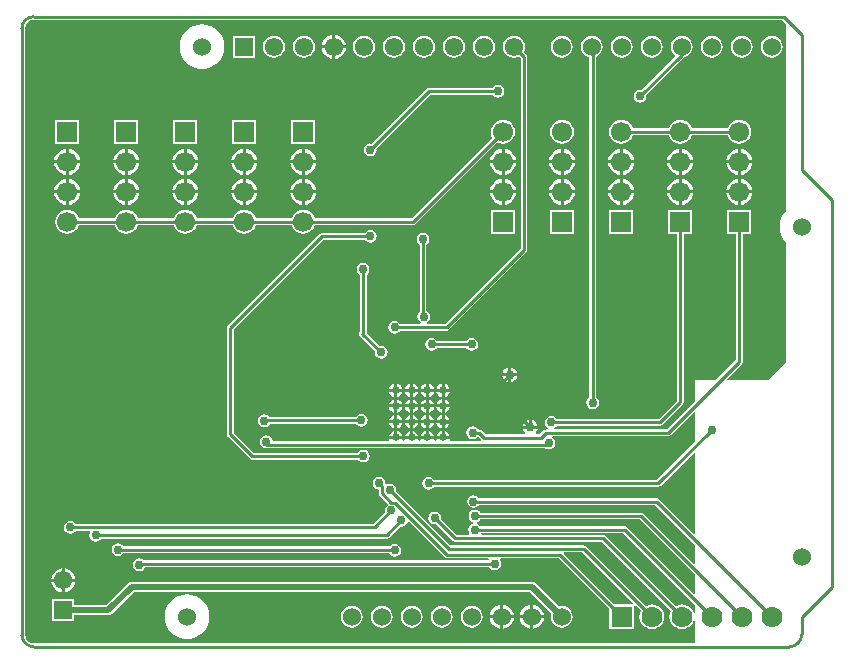
<source format=gbl>
G04 Layer_Physical_Order=2*
G04 Layer_Color=11436288*
%FSLAX25Y25*%
%MOIN*%
G70*
G01*
G75*
%ADD22C,0.01000*%
%ADD23C,0.00984*%
%ADD24R,0.06102X0.06102*%
%ADD25C,0.06102*%
%ADD26C,0.06693*%
%ADD27R,0.06693X0.06693*%
%ADD28C,0.06000*%
%ADD29C,0.07000*%
%ADD30R,0.07000X0.07000*%
%ADD31R,0.06102X0.06102*%
%ADD32C,0.02953*%
%ADD33C,0.02500*%
%ADD34C,0.01969*%
G36*
X973130Y982804D02*
Y976716D01*
X972668Y976524D01*
X950445Y998748D01*
X950071Y998997D01*
X949630Y999085D01*
X901370D01*
X901125Y999452D01*
X900428Y999917D01*
X900353Y999932D01*
Y1000442D01*
X900527Y1000476D01*
X901223Y1000942D01*
X901468Y1001309D01*
X954625D01*
X973130Y982804D01*
D02*
G37*
G36*
X1003445Y1166489D02*
Y1108366D01*
Y1104199D01*
X1003421Y1104179D01*
X1002492Y1103048D01*
X1001802Y1101757D01*
X1001378Y1100356D01*
X1001234Y1098900D01*
X1001378Y1097443D01*
X1001802Y1096043D01*
X1002492Y1094752D01*
X1003421Y1093621D01*
X1003445Y1093601D01*
Y1053839D01*
X1001378Y1051772D01*
X997244Y1047638D01*
X983779D01*
X983587Y1048100D01*
X988610Y1053122D01*
X988860Y1053496D01*
X988947Y1053937D01*
Y1096522D01*
X991772D01*
Y1104475D01*
X983819D01*
Y1096522D01*
X986643D01*
Y1054414D01*
X979867Y1047638D01*
X973130D01*
Y1040901D01*
X963598Y1031369D01*
X926358D01*
X926206Y1031869D01*
X926617Y1032143D01*
X926928Y1032608D01*
X961417D01*
X961858Y1032695D01*
X962232Y1032945D01*
X968925Y1039638D01*
X969175Y1040012D01*
X969262Y1040453D01*
Y1096522D01*
X972087D01*
Y1104475D01*
X964134D01*
Y1096522D01*
X966958D01*
Y1040930D01*
X960940Y1034912D01*
X926796D01*
X926617Y1035180D01*
X925920Y1035645D01*
X925098Y1035809D01*
X924277Y1035645D01*
X923580Y1035180D01*
X923114Y1034483D01*
X922951Y1033661D01*
X923114Y1032840D01*
X923580Y1032143D01*
X923990Y1031869D01*
X923839Y1031369D01*
X923327D01*
X922886Y1031281D01*
X922512Y1031031D01*
X921176Y1029695D01*
X920096D01*
X919951Y1030174D01*
X919994Y1030203D01*
X920541Y1031022D01*
X920634Y1031488D01*
X915783D01*
X915876Y1031022D01*
X916423Y1030203D01*
X916467Y1030174D01*
X916321Y1029695D01*
X903233D01*
X901897Y1031031D01*
X901524Y1031281D01*
X901083Y1031369D01*
X900681D01*
X900436Y1031735D01*
X899739Y1032201D01*
X898917Y1032364D01*
X898096Y1032201D01*
X897399Y1031735D01*
X896933Y1031038D01*
X896770Y1030217D01*
X896933Y1029395D01*
X897399Y1028698D01*
X898096Y1028232D01*
X898917Y1028069D01*
X899739Y1028232D01*
X900436Y1028698D01*
X900924Y1028746D01*
X901756Y1027914D01*
X901549Y1027414D01*
X891516D01*
X891224Y1027914D01*
X891269Y1028142D01*
X886880D01*
X886914Y1027971D01*
X886611Y1027553D01*
X886291D01*
X885987Y1027971D01*
X886021Y1028142D01*
X881632D01*
X881668Y1027963D01*
X881367Y1027547D01*
X881035D01*
X880734Y1027963D01*
X880769Y1028142D01*
X876380D01*
X876414Y1027971D01*
X876111Y1027553D01*
X875791D01*
X875487Y1027971D01*
X875521Y1028142D01*
X871132D01*
X871177Y1027914D01*
X870886Y1027414D01*
X832244D01*
X832112Y1028076D01*
X831647Y1028772D01*
X830950Y1029238D01*
X830128Y1029401D01*
X829306Y1029238D01*
X828609Y1028772D01*
X828144Y1028076D01*
X827981Y1027254D01*
X828144Y1026432D01*
X828609Y1025735D01*
X829306Y1025270D01*
X830128Y1025106D01*
X830225Y1025126D01*
X922983D01*
X923489Y1024788D01*
X924311Y1024624D01*
X925133Y1024788D01*
X925830Y1025253D01*
X926295Y1025950D01*
X926459Y1026772D01*
X926295Y1027594D01*
X925830Y1028290D01*
X925419Y1028564D01*
X925571Y1029064D01*
X964075D01*
X964516Y1029152D01*
X964889Y1029402D01*
X972668Y1037181D01*
X973130Y1036989D01*
Y1027318D01*
X960350Y1014538D01*
X886015D01*
X885771Y1014904D01*
X885074Y1015370D01*
X884252Y1015533D01*
X883430Y1015370D01*
X882733Y1014904D01*
X882268Y1014208D01*
X882104Y1013386D01*
X882268Y1012564D01*
X882733Y1011867D01*
X883430Y1011402D01*
X884252Y1011238D01*
X885074Y1011402D01*
X885771Y1011867D01*
X886015Y1012234D01*
X960827D01*
X961268Y1012321D01*
X961641Y1012571D01*
X972668Y1023598D01*
X973130Y1023406D01*
Y996716D01*
X972668Y996524D01*
X961094Y1008098D01*
X960720Y1008348D01*
X960279Y1008436D01*
X900976D01*
X900731Y1008802D01*
X900034Y1009268D01*
X899213Y1009431D01*
X898391Y1009268D01*
X897694Y1008802D01*
X897229Y1008105D01*
X897065Y1007283D01*
X897229Y1006462D01*
X897694Y1005765D01*
X898391Y1005299D01*
X899213Y1005136D01*
X900034Y1005299D01*
X900731Y1005765D01*
X900976Y1006131D01*
X959802D01*
X973130Y992804D01*
Y986716D01*
X972668Y986524D01*
X955917Y1003275D01*
X955543Y1003525D01*
X955102Y1003613D01*
X901468D01*
X901223Y1003979D01*
X900527Y1004445D01*
X899705Y1004608D01*
X898883Y1004445D01*
X898186Y1003979D01*
X897721Y1003283D01*
X897557Y1002461D01*
X897721Y1001639D01*
X898186Y1000942D01*
X898883Y1000476D01*
X898958Y1000461D01*
Y999952D01*
X898785Y999917D01*
X898088Y999452D01*
X897622Y998755D01*
X897459Y997933D01*
X897622Y997111D01*
X897876Y996731D01*
X897609Y996231D01*
X893489D01*
X888381Y1001339D01*
X888466Y1001772D01*
X888303Y1002594D01*
X887837Y1003290D01*
X887141Y1003756D01*
X886319Y1003919D01*
X885497Y1003756D01*
X884800Y1003290D01*
X884335Y1002594D01*
X884171Y1001772D01*
X884335Y1000950D01*
X884800Y1000253D01*
X885497Y999788D01*
X886319Y999624D01*
X886751Y999710D01*
X892197Y994264D01*
X892571Y994014D01*
X893012Y993927D01*
X942007D01*
X965025Y970909D01*
X964639Y969978D01*
X964497Y968900D01*
X964639Y967822D01*
X965055Y966817D01*
X965718Y965954D01*
X966580Y965292D01*
X967585Y964876D01*
X968663Y964734D01*
X969741Y964876D01*
X970746Y965292D01*
X971609Y965954D01*
X972270Y966817D01*
X972630Y967685D01*
X973130Y967585D01*
Y960052D01*
X752600D01*
Y960056D01*
X751880Y960151D01*
X751210Y960429D01*
X750634Y960871D01*
X750192Y961447D01*
X749914Y962117D01*
X749819Y962837D01*
X749815D01*
Y1164963D01*
X749819D01*
X749914Y1165683D01*
X750192Y1166353D01*
X750634Y1166929D01*
X751210Y1167371D01*
X751880Y1167649D01*
X752600Y1167744D01*
Y1167748D01*
X1002186D01*
X1003445Y1166489D01*
D02*
G37*
G36*
X973130Y972804D02*
Y970214D01*
X972630Y970115D01*
X972270Y970983D01*
X971609Y971846D01*
X970746Y972507D01*
X969741Y972924D01*
X968663Y973066D01*
X967585Y972924D01*
X966654Y972538D01*
X943299Y995893D01*
X942925Y996143D01*
X942484Y996231D01*
X902129D01*
X901846Y996731D01*
X901876Y996781D01*
X949153D01*
X973130Y972804D01*
D02*
G37*
%LPC*%
G36*
X875521Y1043890D02*
X873827D01*
Y1042195D01*
X874205Y1042270D01*
X874949Y1042768D01*
X875446Y1043512D01*
X875521Y1043890D01*
D02*
G37*
G36*
X889575Y1041336D02*
Y1039642D01*
X891269D01*
X891194Y1040020D01*
X890697Y1040764D01*
X889953Y1041261D01*
X889575Y1041336D01*
D02*
G37*
G36*
X872827Y1043890D02*
X871132D01*
X871207Y1043512D01*
X871705Y1042768D01*
X872449Y1042270D01*
X872827Y1042195D01*
Y1043890D01*
D02*
G37*
G36*
X878075D02*
X876380D01*
X876455Y1043512D01*
X876953Y1042768D01*
X877697Y1042270D01*
X878075Y1042195D01*
Y1043890D01*
D02*
G37*
G36*
X888575D02*
X886880D01*
X886955Y1043512D01*
X887453Y1042768D01*
X888197Y1042270D01*
X888575Y1042195D01*
Y1043890D01*
D02*
G37*
G36*
X891269D02*
X889575D01*
Y1042195D01*
X889953Y1042270D01*
X890697Y1042768D01*
X891194Y1043512D01*
X891269Y1043890D01*
D02*
G37*
G36*
X872827Y1046584D02*
X872449Y1046509D01*
X871705Y1046012D01*
X871207Y1045268D01*
X871132Y1044890D01*
X872827D01*
Y1046584D01*
D02*
G37*
G36*
X880769Y1043890D02*
X879075D01*
Y1042195D01*
X879453Y1042270D01*
X880197Y1042768D01*
X880694Y1043512D01*
X880769Y1043890D01*
D02*
G37*
G36*
X883327D02*
X881632D01*
X881707Y1043512D01*
X882205Y1042768D01*
X882949Y1042270D01*
X883327Y1042195D01*
Y1043890D01*
D02*
G37*
G36*
X886021D02*
X884327D01*
Y1042195D01*
X884705Y1042270D01*
X885449Y1042768D01*
X885946Y1043512D01*
X886021Y1043890D01*
D02*
G37*
G36*
X888575Y1041336D02*
X888197Y1041261D01*
X887453Y1040764D01*
X886955Y1040020D01*
X886880Y1039642D01*
X888575D01*
Y1041336D01*
D02*
G37*
G36*
X886021Y1038642D02*
X884327D01*
Y1036947D01*
X884705Y1037022D01*
X885449Y1037519D01*
X885946Y1038264D01*
X886021Y1038642D01*
D02*
G37*
G36*
X888575D02*
X886880D01*
X886955Y1038264D01*
X887453Y1037519D01*
X888197Y1037022D01*
X888575Y1036947D01*
Y1038642D01*
D02*
G37*
G36*
X891269D02*
X889575D01*
Y1036947D01*
X889953Y1037022D01*
X890697Y1037519D01*
X891194Y1038264D01*
X891269Y1038642D01*
D02*
G37*
G36*
X878075D02*
X876380D01*
X876455Y1038264D01*
X876953Y1037519D01*
X877697Y1037022D01*
X878075Y1036947D01*
Y1038642D01*
D02*
G37*
G36*
X880769D02*
X879075D01*
Y1036947D01*
X879453Y1037022D01*
X880197Y1037519D01*
X880694Y1038264D01*
X880769Y1038642D01*
D02*
G37*
G36*
X883327D02*
X881632D01*
X881707Y1038264D01*
X882205Y1037519D01*
X882949Y1037022D01*
X883327Y1036947D01*
Y1038642D01*
D02*
G37*
G36*
X938663Y1162561D02*
X937715Y1162436D01*
X936832Y1162071D01*
X936074Y1161489D01*
X935492Y1160731D01*
X935126Y1159848D01*
X935002Y1158900D01*
X935126Y1157952D01*
X935492Y1157069D01*
X936074Y1156311D01*
X936832Y1155729D01*
X937715Y1155363D01*
X937824Y1155349D01*
Y1042019D01*
X937458Y1041774D01*
X936992Y1041078D01*
X936829Y1040256D01*
X936992Y1039434D01*
X937458Y1038737D01*
X938154Y1038272D01*
X938976Y1038108D01*
X939798Y1038272D01*
X940495Y1038737D01*
X940960Y1039434D01*
X941124Y1040256D01*
X940960Y1041078D01*
X940495Y1041774D01*
X940128Y1042019D01*
Y1155578D01*
X940494Y1155729D01*
X941252Y1156311D01*
X941834Y1157069D01*
X942200Y1157952D01*
X942324Y1158900D01*
X942200Y1159848D01*
X941834Y1160731D01*
X941252Y1161489D01*
X940494Y1162071D01*
X939611Y1162436D01*
X938663Y1162561D01*
D02*
G37*
G36*
X879075Y1041336D02*
Y1039642D01*
X880769D01*
X880694Y1040020D01*
X880197Y1040764D01*
X879453Y1041261D01*
X879075Y1041336D01*
D02*
G37*
G36*
X883327D02*
X882949Y1041261D01*
X882205Y1040764D01*
X881707Y1040020D01*
X881632Y1039642D01*
X883327D01*
Y1041336D01*
D02*
G37*
G36*
X884327D02*
Y1039642D01*
X886021D01*
X885946Y1040020D01*
X885449Y1040764D01*
X884705Y1041261D01*
X884327Y1041336D01*
D02*
G37*
G36*
X872827Y1041335D02*
X872449Y1041260D01*
X871705Y1040763D01*
X871207Y1040018D01*
X871132Y1039640D01*
X872827D01*
Y1041335D01*
D02*
G37*
G36*
X873827D02*
Y1039640D01*
X875521D01*
X875446Y1040018D01*
X874949Y1040763D01*
X874205Y1041260D01*
X873827Y1041335D01*
D02*
G37*
G36*
X878075Y1041336D02*
X877697Y1041261D01*
X876953Y1040764D01*
X876455Y1040020D01*
X876380Y1039642D01*
X878075D01*
Y1041336D01*
D02*
G37*
G36*
X873827Y1046584D02*
Y1044890D01*
X875521D01*
X875446Y1045268D01*
X874949Y1046012D01*
X874205Y1046509D01*
X873827Y1046584D01*
D02*
G37*
G36*
X932717Y1104475D02*
X924764D01*
Y1096522D01*
X932717D01*
Y1104475D01*
D02*
G37*
G36*
X952402D02*
X944449D01*
Y1096522D01*
X952402D01*
Y1104475D01*
D02*
G37*
G36*
X908555Y1109999D02*
X904737D01*
X904821Y1109364D01*
X905259Y1108307D01*
X905955Y1107399D01*
X906863Y1106702D01*
X907921Y1106264D01*
X908555Y1106181D01*
Y1109999D01*
D02*
G37*
G36*
X912663Y1162613D02*
X911702Y1162486D01*
X910807Y1162115D01*
X910038Y1161525D01*
X909448Y1160756D01*
X909077Y1159861D01*
X908950Y1158900D01*
X909077Y1157939D01*
X909448Y1157044D01*
X910038Y1156275D01*
X910807Y1155685D01*
X911702Y1155314D01*
X912663Y1155187D01*
X913624Y1155314D01*
X914328Y1155605D01*
X914891Y1155042D01*
Y1091619D01*
X889779Y1066506D01*
X883797D01*
X883645Y1067006D01*
X884182Y1067365D01*
X884647Y1068062D01*
X884811Y1068884D01*
X884647Y1069705D01*
X884182Y1070402D01*
X883534Y1070835D01*
Y1092922D01*
X883900Y1093167D01*
X884366Y1093863D01*
X884529Y1094685D01*
X884366Y1095507D01*
X883900Y1096204D01*
X883204Y1096669D01*
X882382Y1096833D01*
X881560Y1096669D01*
X880863Y1096204D01*
X880398Y1095507D01*
X880234Y1094685D01*
X880398Y1093863D01*
X880863Y1093167D01*
X881230Y1092922D01*
Y1070459D01*
X881144Y1070402D01*
X880679Y1069705D01*
X880515Y1068884D01*
X880679Y1068062D01*
X881144Y1067365D01*
X881681Y1067006D01*
X881529Y1066506D01*
X874795D01*
X874550Y1066873D01*
X873853Y1067338D01*
X873032Y1067502D01*
X872210Y1067338D01*
X871513Y1066873D01*
X871047Y1066176D01*
X870884Y1065354D01*
X871047Y1064532D01*
X871513Y1063836D01*
X872210Y1063370D01*
X873032Y1063207D01*
X873853Y1063370D01*
X874550Y1063836D01*
X874795Y1064202D01*
X890256D01*
X890697Y1064290D01*
X891070Y1064540D01*
X916858Y1090327D01*
X917108Y1090701D01*
X917195Y1091142D01*
Y1155520D01*
X917108Y1155961D01*
X916858Y1156334D01*
X915958Y1157235D01*
X916249Y1157939D01*
X916376Y1158900D01*
X916249Y1159861D01*
X915878Y1160756D01*
X915288Y1161525D01*
X914519Y1162115D01*
X913624Y1162486D01*
X912663Y1162613D01*
D02*
G37*
G36*
X864764Y1097915D02*
X863942Y1097752D01*
X863245Y1097286D01*
X863000Y1096920D01*
X848720D01*
X848280Y1096832D01*
X847906Y1096582D01*
X817394Y1066070D01*
X817144Y1065697D01*
X817057Y1065256D01*
Y1029626D01*
X817144Y1029185D01*
X817394Y1028811D01*
X824579Y1021626D01*
X824953Y1021377D01*
X825394Y1021289D01*
X860737D01*
X860981Y1020922D01*
X861678Y1020457D01*
X862500Y1020293D01*
X863322Y1020457D01*
X864019Y1020922D01*
X864484Y1021619D01*
X864648Y1022441D01*
X864484Y1023263D01*
X864019Y1023960D01*
X863322Y1024425D01*
X862500Y1024588D01*
X861678Y1024425D01*
X860981Y1023960D01*
X860737Y1023593D01*
X825871D01*
X819361Y1030103D01*
Y1064779D01*
X849198Y1094616D01*
X863000D01*
X863245Y1094249D01*
X863942Y1093784D01*
X864764Y1093620D01*
X865586Y1093784D01*
X866282Y1094249D01*
X866748Y1094946D01*
X866911Y1095768D01*
X866748Y1096590D01*
X866282Y1097286D01*
X865586Y1097752D01*
X864764Y1097915D01*
D02*
G37*
G36*
X913032Y1104475D02*
X905079D01*
Y1096522D01*
X913032D01*
Y1104475D01*
D02*
G37*
G36*
X947925Y1109999D02*
X944107D01*
X944191Y1109364D01*
X944629Y1108307D01*
X945325Y1107399D01*
X946233Y1106702D01*
X947291Y1106264D01*
X947925Y1106181D01*
Y1109999D01*
D02*
G37*
G36*
X952743D02*
X948925D01*
Y1106181D01*
X949560Y1106264D01*
X950617Y1106702D01*
X951525Y1107399D01*
X952222Y1108307D01*
X952660Y1109364D01*
X952743Y1109999D01*
D02*
G37*
G36*
X967610D02*
X963792D01*
X963876Y1109364D01*
X964314Y1108307D01*
X965010Y1107399D01*
X965918Y1106702D01*
X966975Y1106264D01*
X967610Y1106181D01*
Y1109999D01*
D02*
G37*
G36*
X913373D02*
X909555D01*
Y1106181D01*
X910190Y1106264D01*
X911247Y1106702D01*
X912155Y1107399D01*
X912852Y1108307D01*
X913290Y1109364D01*
X913373Y1109999D01*
D02*
G37*
G36*
X928240D02*
X924422D01*
X924506Y1109364D01*
X924944Y1108307D01*
X925640Y1107399D01*
X926548Y1106702D01*
X927606Y1106264D01*
X928240Y1106181D01*
Y1109999D01*
D02*
G37*
G36*
X933058D02*
X929240D01*
Y1106181D01*
X929875Y1106264D01*
X930932Y1106702D01*
X931840Y1107399D01*
X932537Y1108307D01*
X932975Y1109364D01*
X933058Y1109999D01*
D02*
G37*
G36*
X884327Y1046584D02*
Y1044890D01*
X886021D01*
X885946Y1045268D01*
X885449Y1046012D01*
X884705Y1046509D01*
X884327Y1046584D01*
D02*
G37*
G36*
X888575D02*
X888197Y1046509D01*
X887453Y1046012D01*
X886955Y1045268D01*
X886880Y1044890D01*
X888575D01*
Y1046584D01*
D02*
G37*
G36*
X889575D02*
Y1044890D01*
X891269D01*
X891194Y1045268D01*
X890697Y1046012D01*
X889953Y1046509D01*
X889575Y1046584D01*
D02*
G37*
G36*
X878075D02*
X877697Y1046509D01*
X876953Y1046012D01*
X876455Y1045268D01*
X876380Y1044890D01*
X878075D01*
Y1046584D01*
D02*
G37*
G36*
X879075D02*
Y1044890D01*
X880769D01*
X880694Y1045268D01*
X880197Y1046012D01*
X879453Y1046509D01*
X879075Y1046584D01*
D02*
G37*
G36*
X883327D02*
X882949Y1046509D01*
X882205Y1046012D01*
X881707Y1045268D01*
X881632Y1044890D01*
X883327D01*
Y1046584D01*
D02*
G37*
G36*
X911720Y1051933D02*
Y1050008D01*
X913646D01*
X913553Y1050474D01*
X913006Y1051293D01*
X912187Y1051841D01*
X911720Y1051933D01*
D02*
G37*
G36*
X862402Y1086793D02*
X861580Y1086630D01*
X860883Y1086164D01*
X860417Y1085468D01*
X860254Y1084646D01*
X860417Y1083824D01*
X860883Y1083127D01*
X861250Y1082882D01*
Y1063892D01*
X861140Y1063728D01*
X861053Y1063287D01*
X861140Y1062846D01*
X861390Y1062473D01*
X866344Y1057519D01*
X866258Y1057087D01*
X866421Y1056265D01*
X866887Y1055568D01*
X867584Y1055103D01*
X868406Y1054939D01*
X869227Y1055103D01*
X869924Y1055568D01*
X870390Y1056265D01*
X870553Y1057087D01*
X870390Y1057909D01*
X869924Y1058605D01*
X869227Y1059071D01*
X868406Y1059234D01*
X867973Y1059148D01*
X863554Y1063568D01*
Y1082882D01*
X863920Y1083127D01*
X864386Y1083824D01*
X864549Y1084646D01*
X864386Y1085468D01*
X863920Y1086164D01*
X863223Y1086630D01*
X862402Y1086793D01*
D02*
G37*
G36*
X898622Y1061892D02*
X897800Y1061728D01*
X897104Y1061263D01*
X896859Y1060896D01*
X887012D01*
X886798Y1061216D01*
X886101Y1061681D01*
X885279Y1061845D01*
X884458Y1061681D01*
X883761Y1061216D01*
X883295Y1060519D01*
X883132Y1059697D01*
X883295Y1058875D01*
X883761Y1058179D01*
X884458Y1057713D01*
X885279Y1057550D01*
X886101Y1057713D01*
X886798Y1058179D01*
X887074Y1058592D01*
X896859D01*
X897104Y1058226D01*
X897800Y1057760D01*
X898622Y1057596D01*
X899444Y1057760D01*
X900141Y1058226D01*
X900606Y1058922D01*
X900770Y1059744D01*
X900606Y1060566D01*
X900141Y1061263D01*
X899444Y1061728D01*
X898622Y1061892D01*
D02*
G37*
G36*
X910721Y1049008D02*
X908795D01*
X908888Y1048542D01*
X909435Y1047723D01*
X910254Y1047175D01*
X910721Y1047082D01*
Y1049008D01*
D02*
G37*
G36*
X913646D02*
X911720D01*
Y1047082D01*
X912187Y1047175D01*
X913006Y1047723D01*
X913553Y1048542D01*
X913646Y1049008D01*
D02*
G37*
G36*
X910721Y1051933D02*
X910254Y1051841D01*
X909435Y1051293D01*
X908888Y1050474D01*
X908795Y1050008D01*
X910721D01*
Y1051933D01*
D02*
G37*
G36*
X766520Y980500D02*
X763000D01*
Y976980D01*
X763558Y977053D01*
X764543Y977461D01*
X765389Y978111D01*
X766039Y978957D01*
X766447Y979942D01*
X766520Y980500D01*
D02*
G37*
G36*
X762000Y985020D02*
X761442Y984947D01*
X760457Y984539D01*
X759611Y983889D01*
X758961Y983043D01*
X758553Y982058D01*
X758480Y981500D01*
X762000D01*
Y985020D01*
D02*
G37*
G36*
X763000D02*
Y981500D01*
X766520D01*
X766447Y982058D01*
X766039Y983043D01*
X765389Y983889D01*
X764543Y984539D01*
X763558Y984947D01*
X763000Y985020D01*
D02*
G37*
G36*
X918163Y972869D02*
X917619Y972797D01*
X916646Y972394D01*
X915810Y971753D01*
X915169Y970917D01*
X914766Y969944D01*
X914694Y969400D01*
X918163D01*
Y972869D01*
D02*
G37*
G36*
X919163D02*
Y969400D01*
X922632D01*
X922560Y969944D01*
X922157Y970917D01*
X921516Y971753D01*
X920680Y972394D01*
X919707Y972797D01*
X919163Y972869D01*
D02*
G37*
G36*
X762000Y980500D02*
X758480D01*
X758553Y979942D01*
X758961Y978957D01*
X759611Y978111D01*
X760457Y977461D01*
X761442Y977053D01*
X762000Y976980D01*
Y980500D01*
D02*
G37*
G36*
X873827Y1030836D02*
Y1029142D01*
X875521D01*
X875446Y1029519D01*
X874949Y1030264D01*
X874205Y1030761D01*
X873827Y1030836D01*
D02*
G37*
G36*
X878075D02*
X877697Y1030761D01*
X876953Y1030264D01*
X876455Y1029519D01*
X876380Y1029142D01*
X878075D01*
Y1030836D01*
D02*
G37*
G36*
X879075D02*
Y1029142D01*
X880769D01*
X880694Y1029519D01*
X880197Y1030264D01*
X879453Y1030761D01*
X879075Y1030836D01*
D02*
G37*
G36*
X780709Y993388D02*
X779887Y993224D01*
X779190Y992759D01*
X778725Y992062D01*
X778561Y991240D01*
X778725Y990418D01*
X779190Y989722D01*
X779887Y989256D01*
X780709Y989093D01*
X781531Y989256D01*
X782227Y989722D01*
X782478Y990096D01*
X871033D01*
X871414Y989525D01*
X872111Y989059D01*
X872933Y988896D01*
X873755Y989059D01*
X874452Y989525D01*
X874917Y990222D01*
X875081Y991043D01*
X874917Y991865D01*
X874452Y992562D01*
X873755Y993027D01*
X872933Y993191D01*
X872111Y993027D01*
X871414Y992562D01*
X871296Y992384D01*
X782478D01*
X782227Y992759D01*
X781531Y993224D01*
X780709Y993388D01*
D02*
G37*
G36*
X867717Y1015533D02*
X866895Y1015370D01*
X866198Y1014904D01*
X865732Y1014208D01*
X865569Y1013386D01*
X865732Y1012564D01*
X866198Y1011867D01*
X866895Y1011402D01*
X867600Y1011261D01*
Y1010042D01*
X867688Y1009602D01*
X867937Y1009228D01*
X870643Y1006522D01*
X870594Y1006024D01*
X870332Y1005849D01*
X869866Y1005153D01*
X869703Y1004331D01*
X869791Y1003889D01*
X865766Y999864D01*
X766631D01*
X766381Y1000239D01*
X765684Y1000705D01*
X764862Y1000868D01*
X764040Y1000705D01*
X763344Y1000239D01*
X762878Y999542D01*
X762715Y998720D01*
X762878Y997899D01*
X763344Y997202D01*
X764040Y996736D01*
X764862Y996573D01*
X765684Y996736D01*
X766381Y997202D01*
X766631Y997576D01*
X771275D01*
X771510Y997136D01*
X771343Y996885D01*
X771179Y996063D01*
X771343Y995241D01*
X771808Y994544D01*
X772505Y994079D01*
X773327Y993915D01*
X774149Y994079D01*
X774845Y994544D01*
X775096Y994919D01*
X870276D01*
X870713Y995006D01*
X871084Y995254D01*
X874755Y998925D01*
X875197Y998837D01*
X876019Y999000D01*
X876715Y999466D01*
X877181Y1000162D01*
X877226Y1000388D01*
X877704Y1000533D01*
X889584Y988654D01*
X889958Y988404D01*
X890399Y988317D01*
X903965D01*
X904247Y987817D01*
X904152Y987660D01*
X789367D01*
X789314Y987739D01*
X788617Y988205D01*
X787795Y988368D01*
X786973Y988205D01*
X786277Y987739D01*
X785811Y987042D01*
X785648Y986220D01*
X785811Y985399D01*
X786277Y984702D01*
X786973Y984236D01*
X787795Y984073D01*
X788617Y984236D01*
X789314Y984702D01*
X789761Y985372D01*
X904530D01*
X904781Y984997D01*
X905477Y984532D01*
X906299Y984368D01*
X907121Y984532D01*
X907818Y984997D01*
X908283Y985694D01*
X908447Y986516D01*
X908283Y987338D01*
X907963Y987817D01*
X908227Y988317D01*
X927617D01*
X944533Y971401D01*
Y964770D01*
X952793D01*
Y972434D01*
X953293Y972641D01*
X955025Y970909D01*
X954639Y969978D01*
X954497Y968900D01*
X954639Y967822D01*
X955056Y966817D01*
X955717Y965954D01*
X956580Y965292D01*
X957585Y964876D01*
X958663Y964734D01*
X959741Y964876D01*
X960746Y965292D01*
X961609Y965954D01*
X962271Y966817D01*
X962687Y967822D01*
X962829Y968900D01*
X962687Y969978D01*
X962271Y970983D01*
X961609Y971846D01*
X960746Y972507D01*
X959741Y972924D01*
X958663Y973066D01*
X957585Y972924D01*
X956654Y972538D01*
X936842Y992350D01*
X936468Y992600D01*
X936028Y992688D01*
X891422D01*
X873420Y1010690D01*
X873506Y1011122D01*
X873342Y1011944D01*
X872877Y1012641D01*
X872180Y1013106D01*
X871358Y1013270D01*
X870536Y1013106D01*
X870285Y1012938D01*
X869835Y1013239D01*
X869864Y1013386D01*
X869701Y1014208D01*
X869235Y1014904D01*
X868538Y1015370D01*
X867717Y1015533D01*
D02*
G37*
G36*
X872827Y1030836D02*
X872449Y1030761D01*
X871705Y1030264D01*
X871207Y1029519D01*
X871132Y1029142D01*
X872827D01*
Y1030836D01*
D02*
G37*
G36*
X909163Y972869D02*
Y969400D01*
X912632D01*
X912560Y969944D01*
X912157Y970917D01*
X911516Y971753D01*
X910680Y972394D01*
X909707Y972797D01*
X909163Y972869D01*
D02*
G37*
G36*
X918163Y968400D02*
X914694D01*
X914766Y967856D01*
X915169Y966883D01*
X915810Y966047D01*
X916646Y965406D01*
X917619Y965003D01*
X918163Y964931D01*
Y968400D01*
D02*
G37*
G36*
X922632D02*
X919163D01*
Y964931D01*
X919707Y965003D01*
X920680Y965406D01*
X921516Y966047D01*
X922157Y966883D01*
X922560Y967856D01*
X922632Y968400D01*
D02*
G37*
G36*
X858663Y972561D02*
X857715Y972437D01*
X856832Y972071D01*
X856074Y971489D01*
X855492Y970731D01*
X855126Y969848D01*
X855002Y968900D01*
X855126Y967952D01*
X855492Y967069D01*
X856074Y966311D01*
X856832Y965729D01*
X857715Y965364D01*
X858663Y965239D01*
X859611Y965364D01*
X860494Y965729D01*
X861252Y966311D01*
X861834Y967069D01*
X862199Y967952D01*
X862324Y968900D01*
X862199Y969848D01*
X861834Y970731D01*
X861252Y971489D01*
X860494Y972071D01*
X859611Y972437D01*
X858663Y972561D01*
D02*
G37*
G36*
X803700Y976366D02*
X802244Y976222D01*
X800843Y975798D01*
X799552Y975108D01*
X798421Y974179D01*
X797492Y973048D01*
X796802Y971757D01*
X796378Y970356D01*
X796234Y968900D01*
X796378Y967443D01*
X796802Y966043D01*
X797492Y964752D01*
X798421Y963621D01*
X799552Y962692D01*
X800843Y962002D01*
X802244Y961578D01*
X803700Y961434D01*
X805157Y961578D01*
X806557Y962002D01*
X807848Y962692D01*
X808979Y963621D01*
X809908Y964752D01*
X810598Y966043D01*
X811022Y967443D01*
X811166Y968900D01*
X811022Y970356D01*
X810598Y971757D01*
X809908Y973048D01*
X808979Y974179D01*
X807848Y975108D01*
X806557Y975798D01*
X805157Y976222D01*
X803700Y976366D01*
D02*
G37*
G36*
X908163Y968400D02*
X904694D01*
X904766Y967856D01*
X905169Y966883D01*
X905810Y966047D01*
X906646Y965406D01*
X907619Y965003D01*
X908163Y964931D01*
Y968400D01*
D02*
G37*
G36*
X912632D02*
X909163D01*
Y964931D01*
X909707Y965003D01*
X910680Y965406D01*
X911516Y966047D01*
X912157Y966883D01*
X912560Y967856D01*
X912632Y968400D01*
D02*
G37*
G36*
X898663Y972561D02*
X897715Y972437D01*
X896832Y972071D01*
X896074Y971489D01*
X895492Y970731D01*
X895127Y969848D01*
X895002Y968900D01*
X895127Y967952D01*
X895492Y967069D01*
X896074Y966311D01*
X896832Y965729D01*
X897715Y965364D01*
X898663Y965239D01*
X899611Y965364D01*
X900494Y965729D01*
X901252Y966311D01*
X901834Y967069D01*
X902199Y967952D01*
X902324Y968900D01*
X902199Y969848D01*
X901834Y970731D01*
X901252Y971489D01*
X900494Y972071D01*
X899611Y972437D01*
X898663Y972561D01*
D02*
G37*
G36*
X918724Y980484D02*
X785236D01*
X784606Y980359D01*
X784072Y980002D01*
X776716Y972646D01*
X766181D01*
Y974681D01*
X758819D01*
Y967319D01*
X766181D01*
Y969354D01*
X777398D01*
X778027Y969479D01*
X778561Y969836D01*
X785918Y977193D01*
X918043D01*
X925203Y970032D01*
X925126Y969848D01*
X925002Y968900D01*
X925126Y967952D01*
X925492Y967069D01*
X926074Y966311D01*
X926832Y965729D01*
X927715Y965364D01*
X928663Y965239D01*
X929611Y965364D01*
X930494Y965729D01*
X931252Y966311D01*
X931834Y967069D01*
X932199Y967952D01*
X932324Y968900D01*
X932199Y969848D01*
X931834Y970731D01*
X931252Y971489D01*
X930494Y972071D01*
X929611Y972437D01*
X928663Y972561D01*
X927715Y972437D01*
X927531Y972360D01*
X919888Y980002D01*
X919354Y980359D01*
X918724Y980484D01*
D02*
G37*
G36*
X908163Y972869D02*
X907619Y972797D01*
X906646Y972394D01*
X905810Y971753D01*
X905169Y970917D01*
X904766Y969944D01*
X904694Y969400D01*
X908163D01*
Y972869D01*
D02*
G37*
G36*
X868663Y972561D02*
X867715Y972437D01*
X866832Y972071D01*
X866074Y971489D01*
X865492Y970731D01*
X865127Y969848D01*
X865002Y968900D01*
X865127Y967952D01*
X865492Y967069D01*
X866074Y966311D01*
X866832Y965729D01*
X867715Y965364D01*
X868663Y965239D01*
X869611Y965364D01*
X870494Y965729D01*
X871252Y966311D01*
X871834Y967069D01*
X872200Y967952D01*
X872324Y968900D01*
X872200Y969848D01*
X871834Y970731D01*
X871252Y971489D01*
X870494Y972071D01*
X869611Y972437D01*
X868663Y972561D01*
D02*
G37*
G36*
X878663D02*
X877715Y972437D01*
X876832Y972071D01*
X876074Y971489D01*
X875492Y970731D01*
X875126Y969848D01*
X875002Y968900D01*
X875126Y967952D01*
X875492Y967069D01*
X876074Y966311D01*
X876832Y965729D01*
X877715Y965364D01*
X878663Y965239D01*
X879611Y965364D01*
X880494Y965729D01*
X881252Y966311D01*
X881834Y967069D01*
X882199Y967952D01*
X882324Y968900D01*
X882199Y969848D01*
X881834Y970731D01*
X881252Y971489D01*
X880494Y972071D01*
X879611Y972437D01*
X878663Y972561D01*
D02*
G37*
G36*
X888663D02*
X887715Y972437D01*
X886832Y972071D01*
X886074Y971489D01*
X885492Y970731D01*
X885126Y969848D01*
X885002Y968900D01*
X885126Y967952D01*
X885492Y967069D01*
X886074Y966311D01*
X886832Y965729D01*
X887715Y965364D01*
X888663Y965239D01*
X889611Y965364D01*
X890494Y965729D01*
X891252Y966311D01*
X891834Y967069D01*
X892200Y967952D01*
X892324Y968900D01*
X892200Y969848D01*
X891834Y970731D01*
X891252Y971489D01*
X890494Y972071D01*
X889611Y972437D01*
X888663Y972561D01*
D02*
G37*
G36*
X883327Y1036084D02*
X882949Y1036009D01*
X882205Y1035512D01*
X881707Y1034768D01*
X881632Y1034390D01*
X883327D01*
Y1036084D01*
D02*
G37*
G36*
X884327D02*
Y1034390D01*
X886021D01*
X885946Y1034768D01*
X885449Y1035512D01*
X884705Y1036009D01*
X884327Y1036084D01*
D02*
G37*
G36*
X888575D02*
X888197Y1036009D01*
X887453Y1035512D01*
X886955Y1034768D01*
X886880Y1034390D01*
X888575D01*
Y1036084D01*
D02*
G37*
G36*
X918709Y1034414D02*
Y1032488D01*
X920634D01*
X920541Y1032954D01*
X919994Y1033774D01*
X919175Y1034321D01*
X918709Y1034414D01*
D02*
G37*
G36*
X878075Y1036084D02*
X877697Y1036009D01*
X876953Y1035512D01*
X876455Y1034768D01*
X876380Y1034390D01*
X878075D01*
Y1036084D01*
D02*
G37*
G36*
X879075D02*
Y1034390D01*
X880769D01*
X880694Y1034768D01*
X880197Y1035512D01*
X879453Y1036009D01*
X879075Y1036084D01*
D02*
G37*
G36*
X861811Y1036498D02*
X860989Y1036335D01*
X860293Y1035869D01*
X860048Y1035503D01*
X831127D01*
X830948Y1035771D01*
X830251Y1036236D01*
X829429Y1036399D01*
X828607Y1036236D01*
X827911Y1035771D01*
X827445Y1035074D01*
X827282Y1034252D01*
X827445Y1033430D01*
X827911Y1032733D01*
X828607Y1032268D01*
X829429Y1032104D01*
X830251Y1032268D01*
X830948Y1032733D01*
X831258Y1033198D01*
X860048D01*
X860293Y1032832D01*
X860989Y1032366D01*
X861811Y1032203D01*
X862633Y1032366D01*
X863330Y1032832D01*
X863795Y1033529D01*
X863959Y1034350D01*
X863795Y1035172D01*
X863330Y1035869D01*
X862633Y1036335D01*
X861811Y1036498D01*
D02*
G37*
G36*
X872827Y1038640D02*
X871132D01*
X871207Y1038262D01*
X871705Y1037518D01*
X872449Y1037021D01*
X872827Y1036946D01*
Y1038640D01*
D02*
G37*
G36*
X875521D02*
X873827D01*
Y1036946D01*
X874205Y1037021D01*
X874949Y1037518D01*
X875446Y1038262D01*
X875521Y1038640D01*
D02*
G37*
G36*
X889575Y1036084D02*
Y1034390D01*
X891269D01*
X891194Y1034768D01*
X890697Y1035512D01*
X889953Y1036009D01*
X889575Y1036084D01*
D02*
G37*
G36*
X872827Y1036086D02*
X872449Y1036010D01*
X871705Y1035513D01*
X871207Y1034769D01*
X871132Y1034391D01*
X872827D01*
Y1036086D01*
D02*
G37*
G36*
X873827D02*
Y1034391D01*
X875521D01*
X875446Y1034769D01*
X874949Y1035513D01*
X874205Y1036010D01*
X873827Y1036086D01*
D02*
G37*
G36*
X917709Y1034414D02*
X917242Y1034321D01*
X916423Y1033774D01*
X915876Y1032954D01*
X915783Y1032488D01*
X917709D01*
Y1034414D01*
D02*
G37*
G36*
X889575Y1030836D02*
Y1029142D01*
X891269D01*
X891194Y1029519D01*
X890697Y1030264D01*
X889953Y1030761D01*
X889575Y1030836D01*
D02*
G37*
G36*
X878075Y1033390D02*
X876380D01*
X876455Y1033012D01*
X876953Y1032268D01*
X877697Y1031770D01*
X878075Y1031695D01*
Y1033390D01*
D02*
G37*
G36*
X880769D02*
X879075D01*
Y1031695D01*
X879453Y1031770D01*
X880197Y1032268D01*
X880694Y1033012D01*
X880769Y1033390D01*
D02*
G37*
G36*
X883327Y1030836D02*
X882949Y1030761D01*
X882205Y1030264D01*
X881707Y1029519D01*
X881632Y1029142D01*
X883327D01*
Y1030836D01*
D02*
G37*
G36*
X884327D02*
Y1029142D01*
X886021D01*
X885946Y1029519D01*
X885449Y1030264D01*
X884705Y1030761D01*
X884327Y1030836D01*
D02*
G37*
G36*
X888575D02*
X888197Y1030761D01*
X887453Y1030264D01*
X886955Y1029519D01*
X886880Y1029142D01*
X888575D01*
Y1030836D01*
D02*
G37*
G36*
X891269Y1033390D02*
X889575D01*
Y1031695D01*
X889953Y1031770D01*
X890697Y1032268D01*
X891194Y1033012D01*
X891269Y1033390D01*
D02*
G37*
G36*
X872827Y1033391D02*
X871132D01*
X871207Y1033013D01*
X871705Y1032269D01*
X872449Y1031772D01*
X872827Y1031696D01*
Y1033391D01*
D02*
G37*
G36*
X875521D02*
X873827D01*
Y1031696D01*
X874205Y1031772D01*
X874949Y1032269D01*
X875446Y1033013D01*
X875521Y1033391D01*
D02*
G37*
G36*
X883327Y1033390D02*
X881632D01*
X881707Y1033012D01*
X882205Y1032268D01*
X882949Y1031770D01*
X883327Y1031695D01*
Y1033390D01*
D02*
G37*
G36*
X886021D02*
X884327D01*
Y1031695D01*
X884705Y1031770D01*
X885449Y1032268D01*
X885946Y1033012D01*
X886021Y1033390D01*
D02*
G37*
G36*
X888575D02*
X886880D01*
X886955Y1033012D01*
X887453Y1032268D01*
X888197Y1031770D01*
X888575Y1031695D01*
Y1033390D01*
D02*
G37*
G36*
X802650Y1124818D02*
X802015Y1124735D01*
X800958Y1124297D01*
X800050Y1123600D01*
X799353Y1122692D01*
X798915Y1121635D01*
X798832Y1121000D01*
X802650D01*
Y1124818D01*
D02*
G37*
G36*
X803650D02*
Y1121000D01*
X807468D01*
X807384Y1121635D01*
X806946Y1122692D01*
X806250Y1123600D01*
X805342Y1124297D01*
X804284Y1124735D01*
X803650Y1124818D01*
D02*
G37*
G36*
X822335D02*
X821700Y1124735D01*
X820643Y1124297D01*
X819735Y1123600D01*
X819038Y1122692D01*
X818600Y1121635D01*
X818517Y1121000D01*
X822335D01*
Y1124818D01*
D02*
G37*
G36*
X764280D02*
Y1121000D01*
X768098D01*
X768014Y1121635D01*
X767576Y1122692D01*
X766880Y1123600D01*
X765972Y1124297D01*
X764914Y1124735D01*
X764280Y1124818D01*
D02*
G37*
G36*
X782965D02*
X782330Y1124735D01*
X781273Y1124297D01*
X780365Y1123600D01*
X779668Y1122692D01*
X779230Y1121635D01*
X779146Y1121000D01*
X782965D01*
Y1124818D01*
D02*
G37*
G36*
X783965D02*
Y1121000D01*
X787783D01*
X787699Y1121635D01*
X787261Y1122692D01*
X786564Y1123600D01*
X785657Y1124297D01*
X784599Y1124735D01*
X783965Y1124818D01*
D02*
G37*
G36*
X909055Y1134509D02*
X908017Y1134373D01*
X907050Y1133972D01*
X906219Y1133335D01*
X905582Y1132504D01*
X905181Y1131537D01*
X905044Y1130499D01*
X905181Y1129461D01*
X905538Y1128599D01*
X878582Y1101644D01*
X846350D01*
X845993Y1102505D01*
X845356Y1103336D01*
X844525Y1103973D01*
X843558Y1104374D01*
X842520Y1104511D01*
X841482Y1104374D01*
X840514Y1103973D01*
X839684Y1103336D01*
X839046Y1102505D01*
X838690Y1101644D01*
X826665D01*
X826308Y1102505D01*
X825671Y1103336D01*
X824840Y1103973D01*
X823873Y1104374D01*
X822835Y1104511D01*
X821797Y1104374D01*
X820829Y1103973D01*
X819999Y1103336D01*
X819361Y1102505D01*
X819005Y1101644D01*
X806980D01*
X806623Y1102505D01*
X805986Y1103336D01*
X805155Y1103973D01*
X804188Y1104374D01*
X803150Y1104511D01*
X802112Y1104374D01*
X801144Y1103973D01*
X800314Y1103336D01*
X799676Y1102505D01*
X799320Y1101644D01*
X787295D01*
X786938Y1102505D01*
X786301Y1103336D01*
X785470Y1103973D01*
X784503Y1104374D01*
X783465Y1104511D01*
X782427Y1104374D01*
X781459Y1103973D01*
X780629Y1103336D01*
X779991Y1102505D01*
X779635Y1101644D01*
X767610D01*
X767253Y1102505D01*
X766616Y1103336D01*
X765785Y1103973D01*
X764818Y1104374D01*
X763780Y1104511D01*
X762742Y1104374D01*
X761774Y1103973D01*
X760944Y1103336D01*
X760306Y1102505D01*
X759906Y1101538D01*
X759769Y1100500D01*
X759906Y1099462D01*
X760306Y1098495D01*
X760944Y1097664D01*
X761774Y1097027D01*
X762742Y1096626D01*
X763780Y1096489D01*
X764818Y1096626D01*
X765785Y1097027D01*
X766616Y1097664D01*
X767253Y1098495D01*
X767610Y1099356D01*
X779635D01*
X779991Y1098495D01*
X780629Y1097664D01*
X781459Y1097027D01*
X782427Y1096626D01*
X783465Y1096489D01*
X784503Y1096626D01*
X785470Y1097027D01*
X786301Y1097664D01*
X786938Y1098495D01*
X787295Y1099356D01*
X799320D01*
X799676Y1098495D01*
X800314Y1097664D01*
X801144Y1097027D01*
X802112Y1096626D01*
X803150Y1096489D01*
X804188Y1096626D01*
X805155Y1097027D01*
X805986Y1097664D01*
X806623Y1098495D01*
X806980Y1099356D01*
X819005D01*
X819361Y1098495D01*
X819999Y1097664D01*
X820829Y1097027D01*
X821797Y1096626D01*
X822835Y1096489D01*
X823873Y1096626D01*
X824840Y1097027D01*
X825671Y1097664D01*
X826308Y1098495D01*
X826665Y1099356D01*
X838690D01*
X839046Y1098495D01*
X839684Y1097664D01*
X840514Y1097027D01*
X841482Y1096626D01*
X842520Y1096489D01*
X843558Y1096626D01*
X844525Y1097027D01*
X845356Y1097664D01*
X845993Y1098495D01*
X846350Y1099356D01*
X879056D01*
X879494Y1099443D01*
X879865Y1099691D01*
X907156Y1126982D01*
X908017Y1126625D01*
X909055Y1126488D01*
X910093Y1126625D01*
X911061Y1127025D01*
X911891Y1127663D01*
X912529Y1128493D01*
X912929Y1129461D01*
X913066Y1130499D01*
X912929Y1131537D01*
X912529Y1132504D01*
X911891Y1133335D01*
X911061Y1133972D01*
X910093Y1134373D01*
X909055Y1134509D01*
D02*
G37*
G36*
X928740D02*
X927702Y1134373D01*
X926735Y1133972D01*
X925904Y1133335D01*
X925267Y1132504D01*
X924866Y1131537D01*
X924730Y1130499D01*
X924866Y1129461D01*
X925267Y1128493D01*
X925904Y1127663D01*
X926735Y1127025D01*
X927702Y1126625D01*
X928740Y1126488D01*
X929778Y1126625D01*
X930746Y1127025D01*
X931576Y1127663D01*
X932214Y1128493D01*
X932614Y1129461D01*
X932751Y1130499D01*
X932614Y1131537D01*
X932214Y1132504D01*
X931576Y1133335D01*
X930746Y1133972D01*
X929778Y1134373D01*
X928740Y1134509D01*
D02*
G37*
G36*
X767756Y1134476D02*
X759803D01*
Y1126524D01*
X767756D01*
Y1134476D01*
D02*
G37*
G36*
X823335Y1124818D02*
Y1121000D01*
X827153D01*
X827069Y1121635D01*
X826631Y1122692D01*
X825935Y1123600D01*
X825027Y1124297D01*
X823969Y1124735D01*
X823335Y1124818D01*
D02*
G37*
G36*
X842020D02*
X841385Y1124735D01*
X840328Y1124297D01*
X839420Y1123600D01*
X838723Y1122692D01*
X838285Y1121635D01*
X838202Y1121000D01*
X842020D01*
Y1124818D01*
D02*
G37*
G36*
X843020D02*
Y1121000D01*
X846838D01*
X846754Y1121635D01*
X846316Y1122692D01*
X845619Y1123600D01*
X844712Y1124297D01*
X843654Y1124735D01*
X843020Y1124818D01*
D02*
G37*
G36*
X763280D02*
X762645Y1124735D01*
X761588Y1124297D01*
X760680Y1123600D01*
X759983Y1122692D01*
X759545Y1121635D01*
X759461Y1121000D01*
X763280D01*
Y1124818D01*
D02*
G37*
G36*
X909555Y1124817D02*
Y1120999D01*
X913373D01*
X913290Y1121634D01*
X912852Y1122691D01*
X912155Y1123599D01*
X911247Y1124295D01*
X910190Y1124733D01*
X909555Y1124817D01*
D02*
G37*
G36*
X928240D02*
X927606Y1124733D01*
X926548Y1124295D01*
X925640Y1123599D01*
X924944Y1122691D01*
X924506Y1121634D01*
X924422Y1120999D01*
X928240D01*
Y1124817D01*
D02*
G37*
G36*
X929240D02*
Y1120999D01*
X933058D01*
X932975Y1121634D01*
X932537Y1122691D01*
X931840Y1123599D01*
X930932Y1124295D01*
X929875Y1124733D01*
X929240Y1124817D01*
D02*
G37*
G36*
X842020Y1120000D02*
X838202D01*
X838285Y1119365D01*
X838723Y1118308D01*
X839420Y1117400D01*
X840328Y1116703D01*
X841385Y1116265D01*
X842020Y1116182D01*
Y1120000D01*
D02*
G37*
G36*
X846838D02*
X843020D01*
Y1116182D01*
X843654Y1116265D01*
X844712Y1116703D01*
X845619Y1117400D01*
X846316Y1118308D01*
X846754Y1119365D01*
X846838Y1120000D01*
D02*
G37*
G36*
X908555Y1124817D02*
X907921Y1124733D01*
X906863Y1124295D01*
X905955Y1123599D01*
X905259Y1122691D01*
X904821Y1121634D01*
X904737Y1120999D01*
X908555D01*
Y1124817D01*
D02*
G37*
G36*
X968610D02*
Y1120999D01*
X972428D01*
X972345Y1121634D01*
X971907Y1122691D01*
X971210Y1123599D01*
X970302Y1124295D01*
X969245Y1124733D01*
X968610Y1124817D01*
D02*
G37*
G36*
X987295D02*
X986660Y1124733D01*
X985603Y1124295D01*
X984695Y1123599D01*
X983999Y1122691D01*
X983561Y1121634D01*
X983477Y1120999D01*
X987295D01*
Y1124817D01*
D02*
G37*
G36*
X988295D02*
Y1120999D01*
X992113D01*
X992030Y1121634D01*
X991592Y1122691D01*
X990895Y1123599D01*
X989987Y1124295D01*
X988930Y1124733D01*
X988295Y1124817D01*
D02*
G37*
G36*
X947925D02*
X947291Y1124733D01*
X946233Y1124295D01*
X945325Y1123599D01*
X944629Y1122691D01*
X944191Y1121634D01*
X944107Y1120999D01*
X947925D01*
Y1124817D01*
D02*
G37*
G36*
X948925D02*
Y1120999D01*
X952743D01*
X952660Y1121634D01*
X952222Y1122691D01*
X951525Y1123599D01*
X950617Y1124295D01*
X949560Y1124733D01*
X948925Y1124817D01*
D02*
G37*
G36*
X967610D02*
X966975Y1124733D01*
X965918Y1124295D01*
X965010Y1123599D01*
X964314Y1122691D01*
X963876Y1121634D01*
X963792Y1120999D01*
X967610D01*
Y1124817D01*
D02*
G37*
G36*
X787441Y1134476D02*
X779488D01*
Y1126524D01*
X787441D01*
Y1134476D01*
D02*
G37*
G36*
X826344Y1162581D02*
X818982D01*
Y1155219D01*
X826344D01*
Y1162581D01*
D02*
G37*
G36*
X928663Y1162561D02*
X927715Y1162436D01*
X926832Y1162071D01*
X926074Y1161489D01*
X925492Y1160731D01*
X925126Y1159848D01*
X925002Y1158900D01*
X925126Y1157952D01*
X925492Y1157069D01*
X926074Y1156311D01*
X926832Y1155729D01*
X927715Y1155363D01*
X928663Y1155239D01*
X929611Y1155363D01*
X930494Y1155729D01*
X931252Y1156311D01*
X931834Y1157069D01*
X932199Y1157952D01*
X932324Y1158900D01*
X932199Y1159848D01*
X931834Y1160731D01*
X931252Y1161489D01*
X930494Y1162071D01*
X929611Y1162436D01*
X928663Y1162561D01*
D02*
G37*
G36*
X948663D02*
X947715Y1162436D01*
X946832Y1162071D01*
X946074Y1161489D01*
X945492Y1160731D01*
X945127Y1159848D01*
X945002Y1158900D01*
X945127Y1157952D01*
X945492Y1157069D01*
X946074Y1156311D01*
X946832Y1155729D01*
X947715Y1155363D01*
X948663Y1155239D01*
X949611Y1155363D01*
X950494Y1155729D01*
X951252Y1156311D01*
X951834Y1157069D01*
X952199Y1157952D01*
X952324Y1158900D01*
X952199Y1159848D01*
X951834Y1160731D01*
X951252Y1161489D01*
X950494Y1162071D01*
X949611Y1162436D01*
X948663Y1162561D01*
D02*
G37*
G36*
X882663Y1162613D02*
X881702Y1162486D01*
X880807Y1162115D01*
X880038Y1161525D01*
X879448Y1160756D01*
X879077Y1159861D01*
X878950Y1158900D01*
X879077Y1157939D01*
X879448Y1157044D01*
X880038Y1156275D01*
X880807Y1155685D01*
X881702Y1155314D01*
X882663Y1155187D01*
X883624Y1155314D01*
X884519Y1155685D01*
X885288Y1156275D01*
X885878Y1157044D01*
X886249Y1157939D01*
X886376Y1158900D01*
X886249Y1159861D01*
X885878Y1160756D01*
X885288Y1161525D01*
X884519Y1162115D01*
X883624Y1162486D01*
X882663Y1162613D01*
D02*
G37*
G36*
X892663D02*
X891702Y1162486D01*
X890807Y1162115D01*
X890038Y1161525D01*
X889448Y1160756D01*
X889077Y1159861D01*
X888950Y1158900D01*
X889077Y1157939D01*
X889448Y1157044D01*
X890038Y1156275D01*
X890807Y1155685D01*
X891702Y1155314D01*
X892663Y1155187D01*
X893624Y1155314D01*
X894519Y1155685D01*
X895288Y1156275D01*
X895878Y1157044D01*
X896249Y1157939D01*
X896376Y1158900D01*
X896249Y1159861D01*
X895878Y1160756D01*
X895288Y1161525D01*
X894519Y1162115D01*
X893624Y1162486D01*
X892663Y1162613D01*
D02*
G37*
G36*
X902663D02*
X901702Y1162486D01*
X900807Y1162115D01*
X900038Y1161525D01*
X899448Y1160756D01*
X899077Y1159861D01*
X898950Y1158900D01*
X899077Y1157939D01*
X899448Y1157044D01*
X900038Y1156275D01*
X900807Y1155685D01*
X901702Y1155314D01*
X902663Y1155187D01*
X903624Y1155314D01*
X904519Y1155685D01*
X905288Y1156275D01*
X905878Y1157044D01*
X906249Y1157939D01*
X906376Y1158900D01*
X906249Y1159861D01*
X905878Y1160756D01*
X905288Y1161525D01*
X904519Y1162115D01*
X903624Y1162486D01*
X902663Y1162613D01*
D02*
G37*
G36*
X998663Y1162561D02*
X997715Y1162436D01*
X996832Y1162071D01*
X996074Y1161489D01*
X995492Y1160731D01*
X995127Y1159848D01*
X995002Y1158900D01*
X995127Y1157952D01*
X995492Y1157069D01*
X996074Y1156311D01*
X996832Y1155729D01*
X997715Y1155363D01*
X998663Y1155239D01*
X999611Y1155363D01*
X1000494Y1155729D01*
X1001252Y1156311D01*
X1001834Y1157069D01*
X1002199Y1157952D01*
X1002324Y1158900D01*
X1002199Y1159848D01*
X1001834Y1160731D01*
X1001252Y1161489D01*
X1000494Y1162071D01*
X999611Y1162436D01*
X998663Y1162561D01*
D02*
G37*
G36*
X852163Y1162920D02*
X851605Y1162847D01*
X850620Y1162439D01*
X849774Y1161789D01*
X849124Y1160943D01*
X848716Y1159958D01*
X848643Y1159400D01*
X852163D01*
Y1162920D01*
D02*
G37*
G36*
X853163D02*
Y1159400D01*
X856683D01*
X856610Y1159958D01*
X856202Y1160943D01*
X855552Y1161789D01*
X854706Y1162439D01*
X853721Y1162847D01*
X853163Y1162920D01*
D02*
G37*
G36*
X958663Y1162561D02*
X957715Y1162436D01*
X956832Y1162071D01*
X956074Y1161489D01*
X955492Y1160731D01*
X955126Y1159848D01*
X955002Y1158900D01*
X955126Y1157952D01*
X955492Y1157069D01*
X956074Y1156311D01*
X956832Y1155729D01*
X957715Y1155363D01*
X958663Y1155239D01*
X959611Y1155363D01*
X960494Y1155729D01*
X961252Y1156311D01*
X961834Y1157069D01*
X962199Y1157952D01*
X962324Y1158900D01*
X962199Y1159848D01*
X961834Y1160731D01*
X961252Y1161489D01*
X960494Y1162071D01*
X959611Y1162436D01*
X958663Y1162561D01*
D02*
G37*
G36*
X978663D02*
X977715Y1162436D01*
X976832Y1162071D01*
X976074Y1161489D01*
X975492Y1160731D01*
X975126Y1159848D01*
X975002Y1158900D01*
X975126Y1157952D01*
X975492Y1157069D01*
X976074Y1156311D01*
X976832Y1155729D01*
X977715Y1155363D01*
X978663Y1155239D01*
X979611Y1155363D01*
X980494Y1155729D01*
X981252Y1156311D01*
X981834Y1157069D01*
X982199Y1157952D01*
X982324Y1158900D01*
X982199Y1159848D01*
X981834Y1160731D01*
X981252Y1161489D01*
X980494Y1162071D01*
X979611Y1162436D01*
X978663Y1162561D01*
D02*
G37*
G36*
X988663D02*
X987715Y1162436D01*
X986832Y1162071D01*
X986074Y1161489D01*
X985492Y1160731D01*
X985126Y1159848D01*
X985002Y1158900D01*
X985126Y1157952D01*
X985492Y1157069D01*
X986074Y1156311D01*
X986832Y1155729D01*
X987715Y1155363D01*
X988663Y1155239D01*
X989611Y1155363D01*
X990494Y1155729D01*
X991252Y1156311D01*
X991834Y1157069D01*
X992200Y1157952D01*
X992324Y1158900D01*
X992200Y1159848D01*
X991834Y1160731D01*
X991252Y1161489D01*
X990494Y1162071D01*
X989611Y1162436D01*
X988663Y1162561D01*
D02*
G37*
G36*
X872663Y1162613D02*
X871702Y1162486D01*
X870807Y1162115D01*
X870038Y1161525D01*
X869448Y1160756D01*
X869077Y1159861D01*
X868950Y1158900D01*
X869077Y1157939D01*
X869448Y1157044D01*
X870038Y1156275D01*
X870807Y1155685D01*
X871702Y1155314D01*
X872663Y1155187D01*
X873624Y1155314D01*
X874519Y1155685D01*
X875288Y1156275D01*
X875878Y1157044D01*
X876249Y1157939D01*
X876376Y1158900D01*
X876249Y1159861D01*
X875878Y1160756D01*
X875288Y1161525D01*
X874519Y1162115D01*
X873624Y1162486D01*
X872663Y1162613D01*
D02*
G37*
G36*
X987795Y1134509D02*
X986757Y1134373D01*
X985790Y1133972D01*
X984959Y1133335D01*
X984322Y1132504D01*
X983965Y1131643D01*
X971940D01*
X971583Y1132504D01*
X970946Y1133335D01*
X970115Y1133972D01*
X969148Y1134373D01*
X968110Y1134509D01*
X967072Y1134373D01*
X966105Y1133972D01*
X965274Y1133335D01*
X964637Y1132504D01*
X964280Y1131643D01*
X952255D01*
X951899Y1132504D01*
X951261Y1133335D01*
X950430Y1133972D01*
X949463Y1134373D01*
X948425Y1134509D01*
X947387Y1134373D01*
X946420Y1133972D01*
X945589Y1133335D01*
X944952Y1132504D01*
X944551Y1131537D01*
X944415Y1130499D01*
X944551Y1129461D01*
X944952Y1128493D01*
X945589Y1127663D01*
X946420Y1127025D01*
X947387Y1126625D01*
X948425Y1126488D01*
X949463Y1126625D01*
X950430Y1127025D01*
X951261Y1127663D01*
X951899Y1128493D01*
X952255Y1129355D01*
X964280D01*
X964637Y1128493D01*
X965274Y1127663D01*
X966105Y1127025D01*
X967072Y1126625D01*
X968110Y1126488D01*
X969148Y1126625D01*
X970115Y1127025D01*
X970946Y1127663D01*
X971583Y1128493D01*
X971940Y1129355D01*
X983965D01*
X984322Y1128493D01*
X984959Y1127663D01*
X985790Y1127025D01*
X986757Y1126625D01*
X987795Y1126488D01*
X988833Y1126625D01*
X989800Y1127025D01*
X990631Y1127663D01*
X991269Y1128493D01*
X991669Y1129461D01*
X991806Y1130499D01*
X991669Y1131537D01*
X991269Y1132504D01*
X990631Y1133335D01*
X989800Y1133972D01*
X988833Y1134373D01*
X987795Y1134509D01*
D02*
G37*
G36*
X907382Y1146144D02*
X906560Y1145980D01*
X905863Y1145515D01*
X905618Y1145148D01*
X884252D01*
X883811Y1145060D01*
X883437Y1144811D01*
X865196Y1126569D01*
X864764Y1126655D01*
X863942Y1126492D01*
X863245Y1126026D01*
X862780Y1125330D01*
X862616Y1124508D01*
X862780Y1123686D01*
X863245Y1122989D01*
X863942Y1122524D01*
X864764Y1122360D01*
X865586Y1122524D01*
X866282Y1122989D01*
X866748Y1123686D01*
X866911Y1124508D01*
X866825Y1124940D01*
X884729Y1142844D01*
X905618D01*
X905863Y1142478D01*
X906560Y1142012D01*
X907382Y1141848D01*
X908204Y1142012D01*
X908900Y1142478D01*
X909366Y1143174D01*
X909529Y1143996D01*
X909366Y1144818D01*
X908900Y1145515D01*
X908204Y1145980D01*
X907382Y1146144D01*
D02*
G37*
G36*
X968663Y1162561D02*
X967715Y1162436D01*
X966832Y1162071D01*
X966074Y1161489D01*
X965492Y1160731D01*
X965127Y1159848D01*
X965002Y1158900D01*
X965127Y1157952D01*
X965492Y1157069D01*
X966074Y1156311D01*
X966344Y1156104D01*
X966377Y1155605D01*
X955157Y1144384D01*
X954724Y1144470D01*
X953903Y1144307D01*
X953206Y1143841D01*
X952740Y1143145D01*
X952577Y1142323D01*
X952740Y1141501D01*
X953206Y1140804D01*
X953903Y1140339D01*
X954724Y1140175D01*
X955546Y1140339D01*
X956243Y1140804D01*
X956709Y1141501D01*
X956872Y1142323D01*
X956786Y1142755D01*
X969361Y1155331D01*
X969611Y1155363D01*
X970494Y1155729D01*
X971252Y1156311D01*
X971834Y1157069D01*
X972200Y1157952D01*
X972324Y1158900D01*
X972200Y1159848D01*
X971834Y1160731D01*
X971252Y1161489D01*
X970494Y1162071D01*
X969611Y1162436D01*
X968663Y1162561D01*
D02*
G37*
G36*
X807126Y1134476D02*
X799173D01*
Y1126524D01*
X807126D01*
Y1134476D01*
D02*
G37*
G36*
X826811D02*
X818858D01*
Y1126524D01*
X826811D01*
Y1134476D01*
D02*
G37*
G36*
X846496D02*
X838543D01*
Y1126524D01*
X846496D01*
Y1134476D01*
D02*
G37*
G36*
X832663Y1162613D02*
X831702Y1162486D01*
X830807Y1162115D01*
X830038Y1161525D01*
X829448Y1160756D01*
X829077Y1159861D01*
X828950Y1158900D01*
X829077Y1157939D01*
X829448Y1157044D01*
X830038Y1156275D01*
X830807Y1155685D01*
X831702Y1155314D01*
X832663Y1155187D01*
X833624Y1155314D01*
X834519Y1155685D01*
X835288Y1156275D01*
X835878Y1157044D01*
X836249Y1157939D01*
X836376Y1158900D01*
X836249Y1159861D01*
X835878Y1160756D01*
X835288Y1161525D01*
X834519Y1162115D01*
X833624Y1162486D01*
X832663Y1162613D01*
D02*
G37*
G36*
X842663D02*
X841702Y1162486D01*
X840807Y1162115D01*
X840038Y1161525D01*
X839448Y1160756D01*
X839077Y1159861D01*
X838950Y1158900D01*
X839077Y1157939D01*
X839448Y1157044D01*
X840038Y1156275D01*
X840807Y1155685D01*
X841702Y1155314D01*
X842663Y1155187D01*
X843624Y1155314D01*
X844519Y1155685D01*
X845288Y1156275D01*
X845878Y1157044D01*
X846249Y1157939D01*
X846376Y1158900D01*
X846249Y1159861D01*
X845878Y1160756D01*
X845288Y1161525D01*
X844519Y1162115D01*
X843624Y1162486D01*
X842663Y1162613D01*
D02*
G37*
G36*
X862663D02*
X861702Y1162486D01*
X860807Y1162115D01*
X860038Y1161525D01*
X859448Y1160756D01*
X859077Y1159861D01*
X858950Y1158900D01*
X859077Y1157939D01*
X859448Y1157044D01*
X860038Y1156275D01*
X860807Y1155685D01*
X861702Y1155314D01*
X862663Y1155187D01*
X863624Y1155314D01*
X864519Y1155685D01*
X865288Y1156275D01*
X865878Y1157044D01*
X866249Y1157939D01*
X866376Y1158900D01*
X866249Y1159861D01*
X865878Y1160756D01*
X865288Y1161525D01*
X864519Y1162115D01*
X863624Y1162486D01*
X862663Y1162613D01*
D02*
G37*
G36*
X808700Y1166366D02*
X807244Y1166222D01*
X805843Y1165798D01*
X804552Y1165108D01*
X803421Y1164179D01*
X802492Y1163048D01*
X801802Y1161757D01*
X801378Y1160357D01*
X801234Y1158900D01*
X801378Y1157444D01*
X801802Y1156043D01*
X802492Y1154752D01*
X803421Y1153621D01*
X804552Y1152692D01*
X805843Y1152002D01*
X807244Y1151578D01*
X808700Y1151434D01*
X810157Y1151578D01*
X811557Y1152002D01*
X812848Y1152692D01*
X813979Y1153621D01*
X814908Y1154752D01*
X815598Y1156043D01*
X816022Y1157444D01*
X816166Y1158900D01*
X816022Y1160357D01*
X815598Y1161757D01*
X814908Y1163048D01*
X813979Y1164179D01*
X812848Y1165108D01*
X811557Y1165798D01*
X810157Y1166222D01*
X808700Y1166366D01*
D02*
G37*
G36*
X852163Y1158400D02*
X848643D01*
X848716Y1157842D01*
X849124Y1156857D01*
X849774Y1156011D01*
X850620Y1155361D01*
X851605Y1154953D01*
X852163Y1154880D01*
Y1158400D01*
D02*
G37*
G36*
X856683D02*
X853163D01*
Y1154880D01*
X853721Y1154953D01*
X854706Y1155361D01*
X855552Y1156011D01*
X856202Y1156857D01*
X856610Y1157842D01*
X856683Y1158400D01*
D02*
G37*
G36*
X929240Y1114817D02*
Y1110999D01*
X933058D01*
X932975Y1111633D01*
X932537Y1112691D01*
X931840Y1113599D01*
X930932Y1114295D01*
X929875Y1114733D01*
X929240Y1114817D01*
D02*
G37*
G36*
X947925D02*
X947291Y1114733D01*
X946233Y1114295D01*
X945325Y1113599D01*
X944629Y1112691D01*
X944191Y1111633D01*
X944107Y1110999D01*
X947925D01*
Y1114817D01*
D02*
G37*
G36*
X948925D02*
Y1110999D01*
X952743D01*
X952660Y1111633D01*
X952222Y1112691D01*
X951525Y1113599D01*
X950617Y1114295D01*
X949560Y1114733D01*
X948925Y1114817D01*
D02*
G37*
G36*
X908555D02*
X907921Y1114733D01*
X906863Y1114295D01*
X905955Y1113599D01*
X905259Y1112691D01*
X904821Y1111633D01*
X904737Y1110999D01*
X908555D01*
Y1114817D01*
D02*
G37*
G36*
X909555D02*
Y1110999D01*
X913373D01*
X913290Y1111633D01*
X912852Y1112691D01*
X912155Y1113599D01*
X911247Y1114295D01*
X910190Y1114733D01*
X909555Y1114817D01*
D02*
G37*
G36*
X928240D02*
X927606Y1114733D01*
X926548Y1114295D01*
X925640Y1113599D01*
X924944Y1112691D01*
X924506Y1111633D01*
X924422Y1110999D01*
X928240D01*
Y1114817D01*
D02*
G37*
G36*
X988295D02*
Y1110999D01*
X992113D01*
X992030Y1111633D01*
X991592Y1112691D01*
X990895Y1113599D01*
X989987Y1114295D01*
X988930Y1114733D01*
X988295Y1114817D01*
D02*
G37*
G36*
X763280Y1114818D02*
X762645Y1114735D01*
X761588Y1114297D01*
X760680Y1113600D01*
X759983Y1112692D01*
X759545Y1111635D01*
X759461Y1111000D01*
X763280D01*
Y1114818D01*
D02*
G37*
G36*
X764280D02*
Y1111000D01*
X768098D01*
X768014Y1111635D01*
X767576Y1112692D01*
X766880Y1113600D01*
X765972Y1114297D01*
X764914Y1114735D01*
X764280Y1114818D01*
D02*
G37*
G36*
X967610Y1114817D02*
X966975Y1114733D01*
X965918Y1114295D01*
X965010Y1113599D01*
X964314Y1112691D01*
X963876Y1111633D01*
X963792Y1110999D01*
X967610D01*
Y1114817D01*
D02*
G37*
G36*
X968610D02*
Y1110999D01*
X972428D01*
X972345Y1111633D01*
X971907Y1112691D01*
X971210Y1113599D01*
X970302Y1114295D01*
X969245Y1114733D01*
X968610Y1114817D01*
D02*
G37*
G36*
X987295D02*
X986660Y1114733D01*
X985603Y1114295D01*
X984695Y1113599D01*
X983999Y1112691D01*
X983561Y1111633D01*
X983477Y1110999D01*
X987295D01*
Y1114817D01*
D02*
G37*
G36*
X846838Y1110000D02*
X843020D01*
Y1106182D01*
X843654Y1106265D01*
X844712Y1106703D01*
X845619Y1107400D01*
X846316Y1108308D01*
X846754Y1109365D01*
X846838Y1110000D01*
D02*
G37*
G36*
X763280D02*
X759461D01*
X759545Y1109365D01*
X759983Y1108308D01*
X760680Y1107400D01*
X761588Y1106703D01*
X762645Y1106265D01*
X763280Y1106182D01*
Y1110000D01*
D02*
G37*
G36*
X768098D02*
X764280D01*
Y1106182D01*
X764914Y1106265D01*
X765972Y1106703D01*
X766880Y1107400D01*
X767576Y1108308D01*
X768014Y1109365D01*
X768098Y1110000D01*
D02*
G37*
G36*
X782965D02*
X779146D01*
X779230Y1109365D01*
X779668Y1108308D01*
X780365Y1107400D01*
X781273Y1106703D01*
X782330Y1106265D01*
X782965Y1106182D01*
Y1110000D01*
D02*
G37*
G36*
X972428Y1109999D02*
X968610D01*
Y1106181D01*
X969245Y1106264D01*
X970302Y1106702D01*
X971210Y1107399D01*
X971907Y1108307D01*
X972345Y1109364D01*
X972428Y1109999D01*
D02*
G37*
G36*
X987295D02*
X983477D01*
X983561Y1109364D01*
X983999Y1108307D01*
X984695Y1107399D01*
X985603Y1106702D01*
X986660Y1106264D01*
X987295Y1106181D01*
Y1109999D01*
D02*
G37*
G36*
X992113D02*
X988295D01*
Y1106181D01*
X988930Y1106264D01*
X989987Y1106702D01*
X990895Y1107399D01*
X991592Y1108307D01*
X992030Y1109364D01*
X992113Y1109999D01*
D02*
G37*
G36*
X822335Y1110000D02*
X818517D01*
X818600Y1109365D01*
X819038Y1108308D01*
X819735Y1107400D01*
X820643Y1106703D01*
X821700Y1106265D01*
X822335Y1106182D01*
Y1110000D01*
D02*
G37*
G36*
X827153D02*
X823335D01*
Y1106182D01*
X823969Y1106265D01*
X825027Y1106703D01*
X825935Y1107400D01*
X826631Y1108308D01*
X827069Y1109365D01*
X827153Y1110000D01*
D02*
G37*
G36*
X842020D02*
X838202D01*
X838285Y1109365D01*
X838723Y1108308D01*
X839420Y1107400D01*
X840328Y1106703D01*
X841385Y1106265D01*
X842020Y1106182D01*
Y1110000D01*
D02*
G37*
G36*
X787783D02*
X783965D01*
Y1106182D01*
X784599Y1106265D01*
X785657Y1106703D01*
X786564Y1107400D01*
X787261Y1108308D01*
X787699Y1109365D01*
X787783Y1110000D01*
D02*
G37*
G36*
X802650D02*
X798832D01*
X798915Y1109365D01*
X799353Y1108308D01*
X800050Y1107400D01*
X800958Y1106703D01*
X802015Y1106265D01*
X802650Y1106182D01*
Y1110000D01*
D02*
G37*
G36*
X807468D02*
X803650D01*
Y1106182D01*
X804284Y1106265D01*
X805342Y1106703D01*
X806250Y1107400D01*
X806946Y1108308D01*
X807384Y1109365D01*
X807468Y1110000D01*
D02*
G37*
G36*
X782965Y1114818D02*
X782330Y1114735D01*
X781273Y1114297D01*
X780365Y1113600D01*
X779668Y1112692D01*
X779230Y1111635D01*
X779146Y1111000D01*
X782965D01*
Y1114818D01*
D02*
G37*
G36*
X987295Y1119999D02*
X983477D01*
X983561Y1119364D01*
X983999Y1118307D01*
X984695Y1117399D01*
X985603Y1116702D01*
X986660Y1116264D01*
X987295Y1116181D01*
Y1119999D01*
D02*
G37*
G36*
X992113D02*
X988295D01*
Y1116181D01*
X988930Y1116264D01*
X989987Y1116702D01*
X990895Y1117399D01*
X991592Y1118307D01*
X992030Y1119364D01*
X992113Y1119999D01*
D02*
G37*
G36*
X763280Y1120000D02*
X759461D01*
X759545Y1119365D01*
X759983Y1118308D01*
X760680Y1117400D01*
X761588Y1116703D01*
X762645Y1116265D01*
X763280Y1116182D01*
Y1120000D01*
D02*
G37*
G36*
X952743Y1119999D02*
X948925D01*
Y1116181D01*
X949560Y1116264D01*
X950617Y1116702D01*
X951525Y1117399D01*
X952222Y1118307D01*
X952660Y1119364D01*
X952743Y1119999D01*
D02*
G37*
G36*
X967610D02*
X963792D01*
X963876Y1119364D01*
X964314Y1118307D01*
X965010Y1117399D01*
X965918Y1116702D01*
X966975Y1116264D01*
X967610Y1116181D01*
Y1119999D01*
D02*
G37*
G36*
X972428D02*
X968610D01*
Y1116181D01*
X969245Y1116264D01*
X970302Y1116702D01*
X971210Y1117399D01*
X971907Y1118307D01*
X972345Y1119364D01*
X972428Y1119999D01*
D02*
G37*
G36*
X768098Y1120000D02*
X764280D01*
Y1116182D01*
X764914Y1116265D01*
X765972Y1116703D01*
X766880Y1117400D01*
X767576Y1118308D01*
X768014Y1119365D01*
X768098Y1120000D01*
D02*
G37*
G36*
X807468D02*
X803650D01*
Y1116182D01*
X804284Y1116265D01*
X805342Y1116703D01*
X806250Y1117400D01*
X806946Y1118308D01*
X807384Y1119365D01*
X807468Y1120000D01*
D02*
G37*
G36*
X822335D02*
X818517D01*
X818600Y1119365D01*
X819038Y1118308D01*
X819735Y1117400D01*
X820643Y1116703D01*
X821700Y1116265D01*
X822335Y1116182D01*
Y1120000D01*
D02*
G37*
G36*
X827153D02*
X823335D01*
Y1116182D01*
X823969Y1116265D01*
X825027Y1116703D01*
X825935Y1117400D01*
X826631Y1118308D01*
X827069Y1119365D01*
X827153Y1120000D01*
D02*
G37*
G36*
X782965D02*
X779146D01*
X779230Y1119365D01*
X779668Y1118308D01*
X780365Y1117400D01*
X781273Y1116703D01*
X782330Y1116265D01*
X782965Y1116182D01*
Y1120000D01*
D02*
G37*
G36*
X787783D02*
X783965D01*
Y1116182D01*
X784599Y1116265D01*
X785657Y1116703D01*
X786564Y1117400D01*
X787261Y1118308D01*
X787699Y1119365D01*
X787783Y1120000D01*
D02*
G37*
G36*
X802650D02*
X798832D01*
X798915Y1119365D01*
X799353Y1118308D01*
X800050Y1117400D01*
X800958Y1116703D01*
X802015Y1116265D01*
X802650Y1116182D01*
Y1120000D01*
D02*
G37*
G36*
X822335Y1114818D02*
X821700Y1114735D01*
X820643Y1114297D01*
X819735Y1113600D01*
X819038Y1112692D01*
X818600Y1111635D01*
X818517Y1111000D01*
X822335D01*
Y1114818D01*
D02*
G37*
G36*
X823335D02*
Y1111000D01*
X827153D01*
X827069Y1111635D01*
X826631Y1112692D01*
X825935Y1113600D01*
X825027Y1114297D01*
X823969Y1114735D01*
X823335Y1114818D01*
D02*
G37*
G36*
X842020D02*
X841385Y1114735D01*
X840328Y1114297D01*
X839420Y1113600D01*
X838723Y1112692D01*
X838285Y1111635D01*
X838202Y1111000D01*
X842020D01*
Y1114818D01*
D02*
G37*
G36*
X783965D02*
Y1111000D01*
X787783D01*
X787699Y1111635D01*
X787261Y1112692D01*
X786564Y1113600D01*
X785657Y1114297D01*
X784599Y1114735D01*
X783965Y1114818D01*
D02*
G37*
G36*
X802650D02*
X802015Y1114735D01*
X800958Y1114297D01*
X800050Y1113600D01*
X799353Y1112692D01*
X798915Y1111635D01*
X798832Y1111000D01*
X802650D01*
Y1114818D01*
D02*
G37*
G36*
X803650D02*
Y1111000D01*
X807468D01*
X807384Y1111635D01*
X806946Y1112692D01*
X806250Y1113600D01*
X805342Y1114297D01*
X804284Y1114735D01*
X803650Y1114818D01*
D02*
G37*
G36*
X843020D02*
Y1111000D01*
X846838D01*
X846754Y1111635D01*
X846316Y1112692D01*
X845619Y1113600D01*
X844712Y1114297D01*
X843654Y1114735D01*
X843020Y1114818D01*
D02*
G37*
G36*
X928240Y1119999D02*
X924422D01*
X924506Y1119364D01*
X924944Y1118307D01*
X925640Y1117399D01*
X926548Y1116702D01*
X927606Y1116264D01*
X928240Y1116181D01*
Y1119999D01*
D02*
G37*
G36*
X933058D02*
X929240D01*
Y1116181D01*
X929875Y1116264D01*
X930932Y1116702D01*
X931840Y1117399D01*
X932537Y1118307D01*
X932975Y1119364D01*
X933058Y1119999D01*
D02*
G37*
G36*
X947925D02*
X944107D01*
X944191Y1119364D01*
X944629Y1118307D01*
X945325Y1117399D01*
X946233Y1116702D01*
X947291Y1116264D01*
X947925Y1116181D01*
Y1119999D01*
D02*
G37*
G36*
X908555D02*
X904737D01*
X904821Y1119364D01*
X905259Y1118307D01*
X905955Y1117399D01*
X906863Y1116702D01*
X907921Y1116264D01*
X908555Y1116181D01*
Y1119999D01*
D02*
G37*
G36*
X913373D02*
X909555D01*
Y1116181D01*
X910190Y1116264D01*
X911247Y1116702D01*
X912155Y1117399D01*
X912852Y1118307D01*
X913290Y1119364D01*
X913373Y1119999D01*
D02*
G37*
%LPD*%
G36*
X952404Y973530D02*
X952197Y973030D01*
X946162D01*
X929309Y989883D01*
X929516Y990383D01*
X935550D01*
X952404Y973530D01*
D02*
G37*
D22*
X968663Y1156261D02*
Y1158900D01*
X954724Y1142323D02*
X968663Y1156261D01*
X884252Y1143996D02*
X907382D01*
X864764Y1124508D02*
X884252Y1143996D01*
X848720Y1095768D02*
X864764D01*
X818209Y1065256D02*
X848720Y1095768D01*
X818209Y1029626D02*
Y1065256D01*
Y1029626D02*
X825394Y1022441D01*
X862500D01*
X928094Y989468D02*
X948663Y968900D01*
X890399Y989468D02*
X928094D01*
X872930Y1006937D02*
X890399Y989468D01*
X871857Y1006937D02*
X872930D01*
X868752Y1010042D02*
X871857Y1006937D01*
X868752Y1010042D02*
Y1012350D01*
X867717Y1013386D02*
X868752Y1012350D01*
X936028Y991535D02*
X958663Y968900D01*
X890945Y991535D02*
X936028D01*
X871358Y1011122D02*
X890945Y991535D01*
X893012Y995079D02*
X942484D01*
X968663Y968900D01*
X886319Y1001772D02*
X893012Y995079D01*
X949630Y997933D02*
X978663Y968900D01*
X899606Y997933D02*
X949630D01*
X955102Y1002461D02*
X988663Y968900D01*
X899705Y1002461D02*
X955102D01*
X960279Y1007283D02*
X998663Y968900D01*
X899213Y1007283D02*
X960279D01*
X916307Y1033890D02*
X918209Y1031988D01*
X889075Y1033890D02*
X916307D01*
X923327Y1030217D02*
X964075D01*
X921653Y1028543D02*
X923327Y1030217D01*
X902756Y1028543D02*
X921653D01*
X901083Y1030217D02*
X902756Y1028543D01*
X898917Y1030217D02*
X901083D01*
X906102Y1044390D02*
X911220Y1049508D01*
X889075Y1044390D02*
X906102D01*
X912663Y1158900D02*
X916043Y1155520D01*
X890256Y1065354D02*
X916043Y1091142D01*
Y1155520D01*
X862205Y1063287D02*
X868406Y1057087D01*
X862205Y1063287D02*
X862402Y1063484D01*
Y1084646D01*
X882382Y1069165D02*
X882663Y1068884D01*
X882382Y1069165D02*
Y1094685D01*
X884252Y1013386D02*
X960827D01*
X978642Y1031201D01*
X829429Y1034252D02*
X829528Y1034350D01*
X861811D01*
X987795Y1053937D02*
Y1100499D01*
X964075Y1030217D02*
X987795Y1053937D01*
X925098Y1033760D02*
X961417D01*
X968110Y1040453D02*
Y1100499D01*
X961417Y1033760D02*
X968110Y1040453D01*
X938663Y1158900D02*
X938976Y1158587D01*
Y1040256D02*
Y1158587D01*
X885279Y1059697D02*
X885326Y1059744D01*
X898622D01*
X873032Y1065354D02*
X890256D01*
X752600Y1168900D02*
G03*
X748663Y1164963I0J-3937D01*
G01*
Y962837D02*
G03*
X752600Y958900I3937J0D01*
G01*
X1004523D02*
G03*
X1008663Y963040I0J4140D01*
G01*
X748663Y962837D02*
Y1164963D01*
X752600Y958900D02*
X1004523D01*
X752600Y1168900D02*
X1002682D01*
Y1168882D02*
X1008663Y1162900D01*
X1018663Y978900D02*
Y1106600D01*
Y1107900D01*
X1008663Y1117900D02*
Y1162900D01*
Y1117900D02*
X1018663Y1107900D01*
X1008663Y968900D02*
X1018663Y978900D01*
X1008663Y963040D02*
Y968900D01*
D23*
X787795Y986220D02*
X788091Y986516D01*
X906299D01*
X830128Y1026270D02*
X923809D01*
X830128D02*
Y1027254D01*
X923809Y1026270D02*
X924311Y1026772D01*
X879056Y1100500D02*
X909055Y1130499D01*
X842520Y1100500D02*
X879056D01*
X968110Y1130499D02*
X987795D01*
X948425D02*
X968110D01*
X822835Y1100500D02*
X842520D01*
X803150D02*
X822835D01*
X783465D02*
X803150D01*
X763780D02*
X783465D01*
X780709Y991240D02*
X872933D01*
X870276Y996063D02*
X875197Y1000984D01*
X773327Y996063D02*
X870276D01*
X764862Y998720D02*
X866240D01*
X871850Y1004331D01*
D24*
X762500Y971000D02*
D03*
D25*
Y981000D02*
D03*
X832663Y1158900D02*
D03*
X842663D02*
D03*
X852663D02*
D03*
X862663D02*
D03*
X872663D02*
D03*
X882663D02*
D03*
X892663D02*
D03*
X902663D02*
D03*
X912663D02*
D03*
D26*
X842520Y1100500D02*
D03*
Y1110500D02*
D03*
Y1120500D02*
D03*
X822835Y1100500D02*
D03*
Y1110500D02*
D03*
Y1120500D02*
D03*
X803150Y1100500D02*
D03*
Y1110500D02*
D03*
Y1120500D02*
D03*
X783465Y1100500D02*
D03*
Y1110500D02*
D03*
Y1120500D02*
D03*
X763780Y1100500D02*
D03*
Y1110500D02*
D03*
Y1120500D02*
D03*
X909055Y1130499D02*
D03*
Y1120499D02*
D03*
Y1110499D02*
D03*
X928740Y1130499D02*
D03*
Y1120499D02*
D03*
Y1110499D02*
D03*
X948425Y1130499D02*
D03*
Y1120499D02*
D03*
Y1110499D02*
D03*
X968110Y1130499D02*
D03*
Y1120499D02*
D03*
Y1110499D02*
D03*
X987795Y1130499D02*
D03*
Y1120499D02*
D03*
Y1110499D02*
D03*
D27*
X842520Y1130500D02*
D03*
X822835D02*
D03*
X803150D02*
D03*
X783465D02*
D03*
X763780D02*
D03*
X909055Y1100499D02*
D03*
X928740D02*
D03*
X948425D02*
D03*
X968110D02*
D03*
X987795D02*
D03*
D28*
X803700Y968900D02*
D03*
X1008700Y988900D02*
D03*
Y1098900D02*
D03*
X808700Y1158900D02*
D03*
X908663Y968900D02*
D03*
X928663D02*
D03*
X918663D02*
D03*
X898663D02*
D03*
X888663D02*
D03*
X868663D02*
D03*
X878663D02*
D03*
X858663D02*
D03*
X948663Y1158900D02*
D03*
X928663D02*
D03*
X938663D02*
D03*
X958663D02*
D03*
X968663D02*
D03*
X988663D02*
D03*
X978663D02*
D03*
X998663D02*
D03*
D29*
X978663Y968900D02*
D03*
X998663D02*
D03*
X988663D02*
D03*
X968663D02*
D03*
X958663D02*
D03*
D30*
X948663D02*
D03*
D31*
X822663Y1158900D02*
D03*
D32*
X954724Y1142323D02*
D03*
X907382Y1143996D02*
D03*
X864764Y1124508D02*
D03*
Y1095768D02*
D03*
X862500Y1022441D02*
D03*
X867717Y1013386D02*
D03*
X871358Y1011122D02*
D03*
X886319Y1001772D02*
D03*
X899606Y997933D02*
D03*
X899705Y1002461D02*
D03*
X899213Y1007283D02*
D03*
X918209Y1031988D02*
D03*
X911220Y1049508D02*
D03*
X787795Y986220D02*
D03*
X906299Y986516D02*
D03*
X830128Y1027254D02*
D03*
X924311Y1026772D02*
D03*
X862402Y1084646D02*
D03*
X882382Y1094685D02*
D03*
X872933Y991043D02*
D03*
X875197Y1000984D02*
D03*
X871850Y1004331D02*
D03*
X780709Y991240D02*
D03*
X773327Y996063D02*
D03*
X764862Y998720D02*
D03*
X868406Y1057087D02*
D03*
X884252Y1013386D02*
D03*
X978642Y1031201D02*
D03*
X829429Y1034252D02*
D03*
X861811Y1034350D02*
D03*
X898917Y1030217D02*
D03*
X925098Y1033661D02*
D03*
X938976Y1040256D02*
D03*
X885279Y1059697D02*
D03*
X898622Y1059744D02*
D03*
X873032Y1065354D02*
D03*
X882663Y1068884D02*
D03*
D33*
X889075Y1028642D02*
D03*
X883827D02*
D03*
X878575D02*
D03*
X873327D02*
D03*
X889075Y1033890D02*
D03*
X883827D02*
D03*
X878575D02*
D03*
X873327Y1033891D02*
D03*
X889075Y1039142D02*
D03*
X883827D02*
D03*
X878575D02*
D03*
X873327Y1039140D02*
D03*
X889075Y1044390D02*
D03*
X883827D02*
D03*
X878575D02*
D03*
X873327D02*
D03*
D34*
X918724Y978839D02*
X928663Y968900D01*
X785236Y978839D02*
X918724D01*
X777398Y971000D02*
X785236Y978839D01*
X762500Y971000D02*
X777398D01*
M02*

</source>
